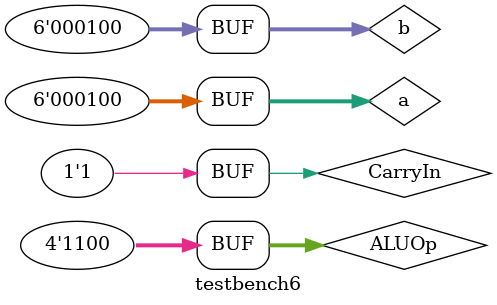
<source format=v>
module testbench6
  (
  );
  reg [5:0] a;
  reg [5:0] b;
  reg CarryIn;
  reg [3:0] ALUOp;
  wire [5:0] Result;
  wire CarryOut6;
  
  tb6 alu6
  (
  .a(a),
  .b(b),
  .CarryIn(CarryIn),
  .ALUOp(ALUOp),
  .Result(Result),
  .CarryOut6(CarryOut6)
  );
  
  initial
  begin
    a = 6'b000100;
    b = 6'b000100;
    CarryIn = 1'b1;
    ALUOp = 4'b0000;
    #300 ALUOp = 4'b0001;
    #300 ALUOp = 4'b0010;
    #300 ALUOp = 4'b0110;
    #300 ALUOp = 4'b1100;
  end
  
  
endmodule

</source>
